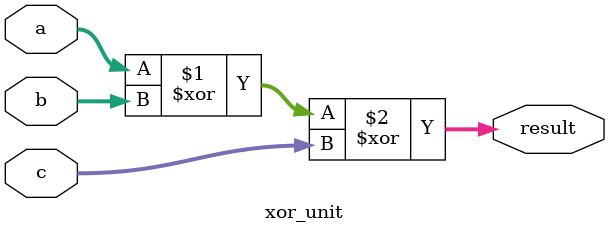
<source format=sv>

module expr_tree #(parameter DW=8) (
    input  [DW-1:0] a,
    input  [DW-1:0] b,
    input  [DW-1:0] c,
    input  [1:0]    op,
    output [DW-1:0] out
);

    // Internal signals for function group outputs
    wire [DW-1:0] arithmetic_result;
    wire [DW-1:0] logic_result;

    // Arithmetic Operations Submodule: handles add-mul, sub-shift
    arithmetic_unit #(.DW(DW)) u_arithmetic (
        .a(a),
        .b(b),
        .c(c),
        .op(op),
        .result(arithmetic_result)
    );

    // Logic Operations Submodule: handles cmp-mux, xor
    logic_unit #(.DW(DW)) u_logic (
        .a(a),
        .b(b),
        .c(c),
        .op(op),
        .result(logic_result)
    );

    // Output selection logic between arithmetic and logic results
    assign out = (op == 2'b00 || op == 2'b01) ? arithmetic_result : logic_result;

endmodule

// ---------------------------------------------------------------------------
// Arithmetic Operations Unit
// Handles addition-multiplication and subtraction-shift operations
module arithmetic_unit #(parameter DW=8) (
    input  [DW-1:0] a,
    input  [DW-1:0] b,
    input  [DW-1:0] c,
    input  [1:0]    op,
    output [DW-1:0] result
);
    wire [DW-1:0] add_mul_result;
    wire [DW-1:0] sub_shift_result;

    // Addition & Multiplication Submodule
    add_mul_unit #(.DW(DW)) u_add_mul (
        .a(a),
        .b(b),
        .c(c),
        .result(add_mul_result)
    );

    // Subtraction & Shift Submodule
    sub_shift_unit #(.DW(DW)) u_sub_shift (
        .a(a),
        .b(b),
        .c(c),
        .result(sub_shift_result)
    );

    // Arithmetic result selection based on op
    assign result = (op == 2'b00) ? add_mul_result : sub_shift_result;

endmodule

// ---------------------------------------------------------------------------
// Logic Operations Unit
// Handles comparison-mux and xor operations
module logic_unit #(parameter DW=8) (
    input  [DW-1:0] a,
    input  [DW-1:0] b,
    input  [DW-1:0] c,
    input  [1:0]    op,
    output [DW-1:0] result
);
    wire [DW-1:0] cmp_mux_result;
    wire [DW-1:0] xor_result;

    // Comparison & Multiplexer Submodule
    cmp_mux_unit #(.DW(DW)) u_cmp_mux (
        .a(a),
        .b(b),
        .c(c),
        .result(cmp_mux_result)
    );

    // XOR Submodule
    xor_unit #(.DW(DW)) u_xor (
        .a(a),
        .b(b),
        .c(c),
        .result(xor_result)
    );

    // Logic result selection based on op
    assign result = (op == 2'b10) ? cmp_mux_result : xor_result;

endmodule

// ---------------------------------------------------------------------------
// Addition and Multiplication Unit
// Computes: a + (b * c)
module add_mul_unit #(parameter DW=8) (
    input  [DW-1:0] a,
    input  [DW-1:0] b,
    input  [DW-1:0] c,
    output [DW-1:0] result
);
    wire [DW-1:0] mul_result;
    assign mul_result = b * c;
    assign result = a + mul_result;
endmodule

// ---------------------------------------------------------------------------
// Subtraction and Shift Unit
// Computes: (a - b) << c
module sub_shift_unit #(parameter DW=8) (
    input  [DW-1:0] a,
    input  [DW-1:0] b,
    input  [DW-1:0] c,
    output [DW-1:0] result
);
    wire [DW-1:0] sub_result;
    assign sub_result = a - b;
    assign result = sub_result << c;
endmodule

// ---------------------------------------------------------------------------
// Comparison and Multiplexer Unit
// Computes: a > b ? c : a
module cmp_mux_unit #(parameter DW=8) (
    input  [DW-1:0] a,
    input  [DW-1:0] b,
    input  [DW-1:0] c,
    output [DW-1:0] result
);
    assign result = (a > b) ? c : a;
endmodule

// ---------------------------------------------------------------------------
// XOR Unit
// Computes: a ^ b ^ c
module xor_unit #(parameter DW=8) (
    input  [DW-1:0] a,
    input  [DW-1:0] b,
    input  [DW-1:0] c,
    output [DW-1:0] result
);
    assign result = a ^ b ^ c;
endmodule
</source>
